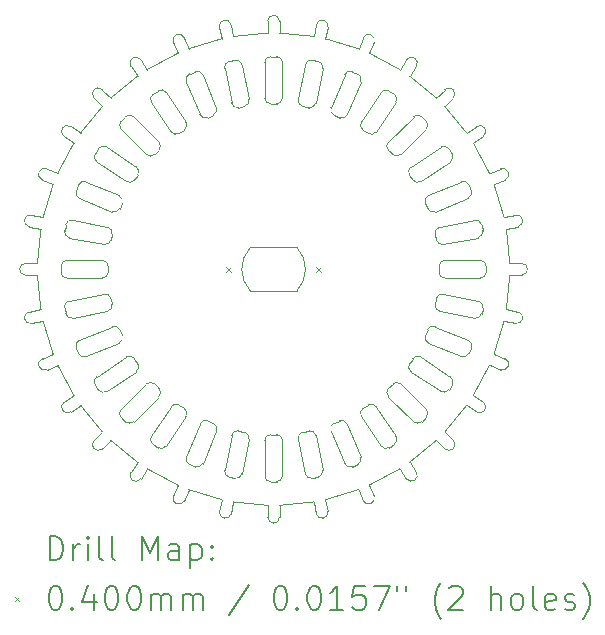
<source format=gbr>
%FSLAX45Y45*%
G04 Gerber Fmt 4.5, Leading zero omitted, Abs format (unit mm)*
G04 Created by KiCad (PCBNEW (6.0.5)) date 2022-06-02 14:19:27*
%MOMM*%
%LPD*%
G01*
G04 APERTURE LIST*
%TA.AperFunction,Profile*%
%ADD10C,0.050000*%
%TD*%
%ADD11C,0.200000*%
%ADD12C,0.040000*%
G04 APERTURE END LIST*
D10*
X14982686Y-11640505D02*
G75*
G03*
X15041386Y-11601208I9704J48995D01*
G01*
X17109292Y-9845208D02*
G75*
G03*
X17059286Y-9795208I-50002J-2D01*
G01*
X15974986Y-8197608D02*
X16021186Y-8216808D01*
X14336986Y-10948508D02*
X14124886Y-11160708D01*
X14750387Y-11154104D02*
G75*
G03*
X14685085Y-11181209I-19098J-46206D01*
G01*
X14590386Y-8003908D02*
X14551886Y-7910908D01*
X16021186Y-11523608D02*
G75*
G03*
X16048286Y-11458308I-19096J46198D01*
G01*
X13931286Y-10118808D02*
X13941086Y-10167808D01*
X17040286Y-9602407D02*
G75*
G03*
X17079686Y-9543608I-9696J49097D01*
G01*
X13812586Y-10780108D02*
X14061986Y-10613408D01*
X14240086Y-11560408D02*
G75*
G03*
X14497987Y-11698256I1069194J1690188D01*
G01*
X16281588Y-10877810D02*
G75*
G03*
X16281486Y-10948509I35302J-35400D01*
G01*
X13674686Y-8717808D02*
X13590986Y-8661908D01*
X13358086Y-9431108D02*
X13259386Y-9411508D01*
X16288486Y-8359708D02*
X16330086Y-8387408D01*
X15577086Y-11601208D02*
X15518586Y-11307008D01*
X14018788Y-11054610D02*
G75*
G03*
X14018786Y-11125408I35402J-35400D01*
G01*
X17260486Y-10309308D02*
X17359186Y-10328908D01*
X16048286Y-8282108D02*
X15933486Y-8559308D01*
X16943886Y-8717808D02*
G75*
G03*
X16758365Y-8491763I-1634606J-1152402D01*
G01*
X16620186Y-9246008D02*
X16897386Y-9131208D01*
X13860186Y-8491808D02*
X13788986Y-8420608D01*
X17279986Y-10211208D02*
X17378686Y-10230908D01*
X15234286Y-11620208D02*
X15234286Y-11320208D01*
X15557886Y-11248207D02*
G75*
G03*
X15518686Y-11307009I9804J-49003D01*
G01*
X15359286Y-11869609D02*
G75*
G03*
X15650312Y-11840944I-50006J1999419D01*
G01*
X16556586Y-10613408D02*
X16805986Y-10780108D01*
X13931292Y-10118807D02*
G75*
G03*
X13872485Y-10079608I-49002J-9803D01*
G01*
X14336988Y-8862610D02*
G75*
G03*
X14337085Y-8791908I-35298J35400D01*
G01*
X14240086Y-11560408D02*
X14184186Y-11644108D01*
X16473286Y-9002308D02*
X16722686Y-8835608D01*
X14025386Y-9311308D02*
X14006286Y-9357508D01*
X15384292Y-11320208D02*
G75*
G03*
X15334286Y-11270208I-50002J-2D01*
G01*
X17059286Y-9945206D02*
G75*
G03*
X17109286Y-9895208I4J49996D01*
G01*
X16612292Y-9357506D02*
G75*
G03*
X16677587Y-9384608I46198J19096D01*
G01*
X16316890Y-8897904D02*
G75*
G03*
X16387586Y-8898008I35400J35294D01*
G01*
X13859286Y-9945208D02*
X13559286Y-9945208D01*
X16378486Y-8180008D02*
X16434386Y-8096308D01*
X13859688Y-8349906D02*
G75*
G03*
X13789086Y-8420708I-35298J-35404D01*
G01*
X16288489Y-8359704D02*
G75*
G03*
X16219286Y-8373508I-27699J-41506D01*
G01*
X15359286Y-11869608D02*
X15359286Y-11970208D01*
X14510689Y-11020404D02*
G75*
G03*
X14441385Y-11034109I-27799J-41506D01*
G01*
X14006292Y-10382906D02*
G75*
G03*
X13940985Y-10355808I-46202J-19104D01*
G01*
X15665686Y-11277708D02*
X15724286Y-11571908D01*
X17137286Y-9058908D02*
X17230286Y-9020408D01*
X15684986Y-11630708D02*
X15635886Y-11640508D01*
X16281586Y-8791908D02*
X16493686Y-8579708D01*
X16517593Y-8151913D02*
G75*
G03*
X16434386Y-8096308I-41603J27803D01*
G01*
X16677586Y-10355808D02*
X16954786Y-10470608D01*
X17040286Y-9602408D02*
X16746086Y-9660908D01*
X13940987Y-9384604D02*
G75*
G03*
X14006286Y-9357508I19103J46194D01*
G01*
X14968286Y-11840908D02*
G75*
G03*
X15259306Y-11869568I341004J1970708D01*
G01*
X16593186Y-10429108D02*
X16612286Y-10382908D01*
X16746086Y-10079508D02*
X17040286Y-10138008D01*
X14933586Y-8109708D02*
X14982686Y-8099908D01*
X13239887Y-10230913D02*
G75*
G03*
X13259486Y-10328908I9803J-48997D01*
G01*
X13872486Y-9660908D02*
X13578286Y-9602408D01*
X13548786Y-10245908D02*
X13538986Y-10196808D01*
X16461686Y-11504808D02*
X16517586Y-11588508D01*
X16461686Y-8235608D02*
X16517586Y-8151908D01*
X14796586Y-8567208D02*
X14750386Y-8586308D01*
X15099991Y-11307009D02*
G75*
G03*
X15060686Y-11248108I-49101J9799D01*
G01*
X14156886Y-8235608D02*
X14100986Y-8151908D01*
X17079591Y-10196809D02*
G75*
G03*
X17040286Y-10138108I-49001J9699D01*
G01*
X13895886Y-8835608D02*
X14145286Y-9002308D01*
X16954786Y-9269808D02*
G75*
G03*
X16981886Y-9204508I-19096J46198D01*
G01*
X15259286Y-7870808D02*
X15259286Y-7770208D01*
X16758888Y-11390506D02*
G75*
G03*
X16829486Y-11319708I35302J35396D01*
G01*
X16943886Y-11022608D02*
X17027586Y-11078508D01*
X16021186Y-11523608D02*
X15974986Y-11542808D01*
X13860186Y-8491808D02*
G75*
G03*
X13674672Y-8717856I1449094J-1378392D01*
G01*
X16177191Y-11034205D02*
G75*
G03*
X16107986Y-11020408I-41501J-27705D01*
G01*
X13930886Y-8421108D02*
X13859686Y-8349908D01*
X16387586Y-10842508D02*
G75*
G03*
X16316986Y-10842508I-35300J-35300D01*
G01*
X17175586Y-9151308D02*
X17268586Y-9112808D01*
X15518586Y-8433408D02*
X15577086Y-8139208D01*
X14643587Y-11542804D02*
G75*
G03*
X14708886Y-11515708I19103J46194D01*
G01*
X15041492Y-8139207D02*
G75*
G03*
X14982686Y-8099808I-49102J-9703D01*
G01*
X16716786Y-9513808D02*
X17010986Y-9455208D01*
X16459489Y-10668810D02*
G75*
G03*
X16473186Y-10738109I41501J-27800D01*
G01*
X16316886Y-8897908D02*
X16281586Y-8862608D01*
X15259286Y-7870808D02*
G75*
G03*
X14968260Y-7899472I50004J-1999412D01*
G01*
X13209286Y-9820212D02*
G75*
G03*
X13209286Y-9920208I4J-49998D01*
G01*
X16120586Y-11698208D02*
G75*
G03*
X16378480Y-11560361I-811306J1828008D01*
G01*
X14497986Y-11698208D02*
X14459486Y-11791208D01*
X13578286Y-10138007D02*
G75*
G03*
X13538886Y-10196808I9704J-49103D01*
G01*
X14948593Y-7800807D02*
G75*
G03*
X14850586Y-7820408I-49003J-9803D01*
G01*
X17137286Y-10681508D02*
X17230286Y-10720008D01*
X16461686Y-11504808D02*
G75*
G03*
X16687731Y-11319287I-1152406J1634608D01*
G01*
X13349988Y-10627614D02*
G75*
G03*
X13388386Y-10720008I19202J-46196D01*
G01*
X16746086Y-10079505D02*
G75*
G03*
X16687186Y-10118808I-9797J-49105D01*
G01*
X16981886Y-10535908D02*
X16962686Y-10582108D01*
X14933586Y-8109707D02*
G75*
G03*
X14894386Y-8168508I9804J-49003D01*
G01*
X15933486Y-11181108D02*
X16048286Y-11458308D01*
X16281588Y-8791910D02*
G75*
G03*
X16281586Y-8862508I35302J-35300D01*
G01*
X16677486Y-10167808D02*
X16687286Y-10118808D01*
X14552287Y-8692309D02*
G75*
G03*
X14566085Y-8622907I-27797J41599D01*
G01*
X17027587Y-11078507D02*
G75*
G03*
X17083186Y-10995308I27803J41597D01*
G01*
X14025390Y-9311310D02*
G75*
G03*
X13998285Y-9246008I-46200J19100D01*
G01*
X13538986Y-9543608D02*
X13548786Y-9494508D01*
X16759286Y-9795208D02*
X17059286Y-9795208D01*
X13481286Y-10681508D02*
X13388286Y-10720008D01*
X16677587Y-10355804D02*
G75*
G03*
X16612286Y-10382908I-19098J-46206D01*
G01*
X16378486Y-8180008D02*
G75*
G03*
X16120585Y-8042160I-1069196J-1690192D01*
G01*
X15384292Y-8120208D02*
G75*
G03*
X15334286Y-8070208I-50002J-2D01*
G01*
X17010986Y-10285208D02*
X16716786Y-10226608D01*
X14685086Y-8559308D02*
X14570286Y-8282108D01*
X13590987Y-8661907D02*
G75*
G03*
X13535386Y-8745108I-27797J-41603D01*
G01*
X13721186Y-9131208D02*
X13998386Y-9246008D01*
X15234292Y-8420208D02*
G75*
G03*
X15284286Y-8470208I49998J-2D01*
G01*
X13619085Y-8801008D02*
G75*
G03*
X13481238Y-9058909I1690195J-1069192D01*
G01*
X15334286Y-11670206D02*
G75*
G03*
X15384286Y-11620208I4J49996D01*
G01*
X16792091Y-8849405D02*
G75*
G03*
X16722686Y-8835608I-41601J-27805D01*
G01*
X13998386Y-10494408D02*
X13721186Y-10609208D01*
X16493686Y-11160708D02*
G75*
G03*
X16564486Y-11160708I35400J35400D01*
G01*
X15909692Y-11515706D02*
G75*
G03*
X15974986Y-11542808I46198J19096D01*
G01*
X13338586Y-9529208D02*
G75*
G03*
X13309925Y-9820229I1970714J-341002D01*
G01*
X15794890Y-8501910D02*
G75*
G03*
X15821986Y-8567208I46200J-19100D01*
G01*
X16687686Y-8421108D02*
G75*
G03*
X16461638Y-8235594I-1378396J-1449092D01*
G01*
X13663786Y-10470608D02*
X13940986Y-10355808D01*
X15284286Y-8070208D02*
X15334286Y-8070208D01*
X13812587Y-10780109D02*
G75*
G03*
X13798686Y-10849408I27703J-41601D01*
G01*
X15518591Y-8433409D02*
G75*
G03*
X15557886Y-8492308I49099J-9801D01*
G01*
X17268588Y-9112814D02*
G75*
G03*
X17230186Y-9020408I-19198J46204D01*
G01*
X16687292Y-9621607D02*
G75*
G03*
X16746087Y-9660808I48998J9797D01*
G01*
X15650286Y-7899509D02*
G75*
G03*
X15359265Y-7870848I-341006J-1970711D01*
G01*
X15606886Y-8502005D02*
G75*
G03*
X15665786Y-8462707I9804J49095D01*
G01*
X16281586Y-10877808D02*
X16316886Y-10842508D01*
X17308686Y-9820208D02*
G75*
G03*
X17280022Y-9529182I-1999416J-50002D01*
G01*
X14124886Y-8579708D02*
G75*
G03*
X14054086Y-8579708I-35400J-35400D01*
G01*
X15767995Y-7820310D02*
G75*
G03*
X15669986Y-7800908I-49005J9700D01*
G01*
X13358085Y-10309308D02*
G75*
G03*
X13442974Y-10589146I1951215J439108D01*
G01*
X16962692Y-9158306D02*
G75*
G03*
X16897386Y-9131208I-46202J-19104D01*
G01*
X16805986Y-8960308D02*
X16556586Y-9127008D01*
X14459494Y-11791212D02*
G75*
G03*
X14551886Y-11829408I46196J-19098D01*
G01*
X16999486Y-8801008D02*
X17083186Y-8745108D01*
X15748386Y-7919008D02*
X15767986Y-7820308D01*
X14288486Y-8387408D02*
X14330086Y-8359708D01*
X17175586Y-10589108D02*
X17268586Y-10627608D01*
X15112588Y-9685210D02*
G75*
G03*
X15112623Y-10055247I196702J-185000D01*
G01*
X13655892Y-10582106D02*
G75*
G03*
X13721186Y-10609208I46198J19096D01*
G01*
X14823690Y-11238510D02*
G75*
G03*
X14796586Y-11173208I-46200J19100D01*
G01*
X13481286Y-9058908D02*
X13388286Y-9020408D01*
X14441391Y-8706205D02*
G75*
G03*
X14510586Y-8720008I41499J27695D01*
G01*
X15748386Y-11821409D02*
G75*
G03*
X16028224Y-11736519I-439106J1951209D01*
G01*
X13901786Y-10226607D02*
G75*
G03*
X13940986Y-10167808I-9796J48997D01*
G01*
X14894286Y-11571908D02*
X14952886Y-11277708D01*
X16819786Y-10849408D02*
X16792086Y-10891008D01*
X13338586Y-10211208D02*
X13239886Y-10230908D01*
X16677491Y-10167809D02*
G75*
G03*
X16716787Y-10226708I49099J-9801D01*
G01*
X13619086Y-10939408D02*
X13535386Y-10995308D01*
X14330089Y-11380704D02*
G75*
G03*
X14399286Y-11366908I27701J41494D01*
G01*
X16387586Y-10842508D02*
X16599786Y-11054608D01*
X14952886Y-8462708D02*
X14894286Y-8168508D01*
X16330086Y-11353008D02*
X16288486Y-11380708D01*
X16709292Y-9895208D02*
G75*
G03*
X16759287Y-9945208I49998J-2D01*
G01*
X14968286Y-7899508D02*
X14948586Y-7800808D01*
X13388286Y-9020408D02*
G75*
G03*
X13350086Y-9112808I-19096J-46202D01*
G01*
X14156886Y-11504808D02*
X14100986Y-11588508D01*
X16564390Y-8579704D02*
G75*
G03*
X16493686Y-8579808I-35300J-35406D01*
G01*
X13909292Y-9845208D02*
G75*
G03*
X13859285Y-9795208I-50002J-2D01*
G01*
X17109286Y-9845208D02*
X17109286Y-9895208D01*
X15868186Y-8586308D02*
X15821986Y-8567208D01*
X15112586Y-10055208D02*
X15505986Y-10055208D01*
X16709286Y-9895208D02*
X16709286Y-9845208D01*
X14230986Y-8897908D02*
X14018786Y-8685808D01*
X16758386Y-11248608D02*
G75*
G03*
X16943900Y-11022560I-1449096J1378398D01*
G01*
X14570286Y-11458308D02*
X14685086Y-11181108D01*
X16943886Y-8717808D02*
X17027586Y-8661908D01*
X16066286Y-11048108D02*
X16107886Y-11020408D01*
X15359286Y-7770208D02*
G75*
G03*
X15259286Y-7770208I-50000J0D01*
G01*
X15112586Y-9685208D02*
X15505986Y-9685208D01*
X14145287Y-10738109D02*
G75*
G03*
X14159086Y-10668908I-27697J41499D01*
G01*
X14796586Y-8567208D02*
G75*
G03*
X14823685Y-8501907I-19096J46198D01*
G01*
X16829592Y-8420614D02*
G75*
G03*
X16758786Y-8350008I-35402J35304D01*
G01*
X16999486Y-10939408D02*
X17083186Y-10995308D01*
X15234292Y-11620208D02*
G75*
G03*
X15284286Y-11670208I49998J-2D01*
G01*
X14131386Y-10627208D02*
X14159086Y-10668808D01*
X16716786Y-9513807D02*
G75*
G03*
X16677586Y-9572608I9804J-49003D01*
G01*
X15384286Y-11320208D02*
X15384286Y-11620208D01*
X14018786Y-8615108D02*
X14054186Y-8579708D01*
X14054186Y-11160708D02*
X14018786Y-11125308D01*
X16028186Y-8003908D02*
G75*
G03*
X15748350Y-7919025I-718896J-1866292D01*
G01*
X14336986Y-8862608D02*
X14301686Y-8897908D01*
X14952892Y-8462707D02*
G75*
G03*
X15011686Y-8501908I48998J9797D01*
G01*
X13930886Y-11319308D02*
G75*
G03*
X14156934Y-11504822I1378394J1449088D01*
G01*
X14131391Y-10627205D02*
G75*
G03*
X14061985Y-10613409I-41601J-27805D01*
G01*
X17079586Y-10196808D02*
X17069786Y-10245908D01*
X14330086Y-11380708D02*
X14288486Y-11353008D01*
X15284286Y-8070206D02*
G75*
G03*
X15234286Y-8120208I4J-50004D01*
G01*
X17308686Y-9820208D02*
X17409286Y-9820208D01*
X14597386Y-8216808D02*
X14643586Y-8197608D01*
X13674685Y-11022608D02*
G75*
G03*
X13860206Y-11248653I1634605J1152408D01*
G01*
X16028186Y-11736508D02*
X16066686Y-11829508D01*
X16219186Y-11366908D02*
X16052486Y-11117508D01*
X16599788Y-11125310D02*
G75*
G03*
X16599686Y-11054608I-35398J35300D01*
G01*
X16120586Y-8042208D02*
X16159086Y-7949208D01*
X13636690Y-9204510D02*
G75*
G03*
X13663786Y-9269808I46200J-19100D01*
G01*
X14054190Y-11160704D02*
G75*
G03*
X14124886Y-11160608I35300J35394D01*
G01*
X16066287Y-11048109D02*
G75*
G03*
X16052486Y-11117509I27803J-41601D01*
G01*
X13721187Y-9131204D02*
G75*
G03*
X13655886Y-9158308I-19098J-46206D01*
G01*
X16434390Y-11644105D02*
G75*
G03*
X16517586Y-11588508I41600J27795D01*
G01*
X16599786Y-11125308D02*
X16564386Y-11160708D01*
X13930886Y-11319308D02*
X13859686Y-11390508D01*
X13860186Y-11248608D02*
X13788986Y-11319808D01*
X16556589Y-10613404D02*
G75*
G03*
X16487186Y-10627208I-27799J-41606D01*
G01*
X13674686Y-11022608D02*
X13590986Y-11078508D01*
X15259286Y-11970208D02*
G75*
G03*
X15359286Y-11970208I50000J0D01*
G01*
X15284286Y-11270206D02*
G75*
G03*
X15234286Y-11320209I4J-50004D01*
G01*
X16052489Y-8622910D02*
G75*
G03*
X16066286Y-8692308I41601J-27800D01*
G01*
X15748386Y-11821408D02*
X15767986Y-11920108D01*
X16107889Y-8720004D02*
G75*
G03*
X16177186Y-8706307I27801J41494D01*
G01*
X13509292Y-9895208D02*
G75*
G03*
X13559286Y-9945208I49998J-2D01*
G01*
X17069786Y-9494508D02*
X17079586Y-9543608D01*
X13619086Y-8801008D02*
X13535386Y-8745108D01*
X16722686Y-10904808D02*
X16473286Y-10738108D01*
X15650286Y-7899508D02*
X15669986Y-7800808D01*
X16954786Y-9269808D02*
X16677586Y-9384608D01*
X13655886Y-10582108D02*
X13636686Y-10535908D01*
X15041486Y-8139208D02*
X15099986Y-8433408D01*
X13309886Y-9920208D02*
X13209286Y-9920208D01*
X14301686Y-10842508D02*
X14336986Y-10877808D01*
X13941086Y-9572608D02*
X13931286Y-9621608D01*
X17010987Y-10285205D02*
G75*
G03*
X17069886Y-10245908I9804J49095D01*
G01*
X13548792Y-10245907D02*
G75*
G03*
X13607586Y-10285108I48998J9797D01*
G01*
X16687686Y-11319308D02*
X16758886Y-11390508D01*
X16473287Y-9002309D02*
G75*
G03*
X16459486Y-9071508I27703J-41501D01*
G01*
X14497986Y-8042208D02*
X14459486Y-7949208D01*
X14750386Y-11154108D02*
X14796586Y-11173208D01*
X13636686Y-9204508D02*
X13655886Y-9158308D01*
X14145286Y-10738108D02*
X13895886Y-10904808D01*
X16219191Y-11366905D02*
G75*
G03*
X16288486Y-11380808I41599J27695D01*
G01*
X16758386Y-11248608D02*
X16829586Y-11319808D01*
X16897386Y-10609208D02*
X16620186Y-10494408D01*
X15557886Y-11248208D02*
X15606886Y-11238408D01*
X15821986Y-11173208D02*
G75*
G03*
X15794886Y-11238509I19104J-46202D01*
G01*
X14597386Y-8216808D02*
G75*
G03*
X14570286Y-8282108I19104J-46202D01*
G01*
X14018786Y-11054608D02*
X14230986Y-10842508D01*
X17137286Y-9058908D02*
G75*
G03*
X16999438Y-8801014I-1828006J-811302D01*
G01*
X13309886Y-9920208D02*
G75*
G03*
X13338549Y-10211234I1999414J49998D01*
G01*
X16897388Y-10609204D02*
G75*
G03*
X16962686Y-10582108I19103J46194D01*
G01*
X14708892Y-8224706D02*
G75*
G03*
X14643586Y-8197608I-46202J-19104D01*
G01*
X13535390Y-10995315D02*
G75*
G03*
X13590986Y-11078508I27800J-41595D01*
G01*
X16687286Y-9621608D02*
X16677486Y-9572608D01*
X13442986Y-9151308D02*
X13349986Y-9112808D01*
X14982686Y-11640508D02*
X14933586Y-11630708D01*
X14850595Y-11920110D02*
G75*
G03*
X14948586Y-11939508I48995J-9700D01*
G01*
X16177186Y-11034208D02*
X16343886Y-11283608D01*
X16487191Y-9113205D02*
G75*
G03*
X16556586Y-9127008I41599J27795D01*
G01*
X16159094Y-7949212D02*
G75*
G03*
X16066686Y-7911008I-46204J19102D01*
G01*
X14685092Y-8559306D02*
G75*
G03*
X14750486Y-8586308I46198J19196D01*
G01*
X17279986Y-10211208D02*
G75*
G03*
X17308646Y-9920188I-1970706J340998D01*
G01*
X14894291Y-11571909D02*
G75*
G03*
X14933586Y-11630808I49099J-9801D01*
G01*
X13559286Y-9795208D02*
X13859286Y-9795208D01*
X16805987Y-8960309D02*
G75*
G03*
X16819886Y-8891008I-27697J41599D01*
G01*
X16564386Y-8579708D02*
X16599786Y-8615108D01*
X17279986Y-9529208D02*
X17378686Y-9509508D01*
X13259385Y-9411510D02*
G75*
G03*
X13239986Y-9509508I-9695J-49000D01*
G01*
X13607586Y-9455208D02*
X13901786Y-9513808D01*
X17409286Y-9920212D02*
G75*
G03*
X17409286Y-9820208I4J50002D01*
G01*
X15821986Y-11173208D02*
X15868186Y-11154108D01*
X13578286Y-10138008D02*
X13872486Y-10079508D01*
X15724286Y-8168508D02*
X15665686Y-8462708D01*
X13940986Y-9384608D02*
X13663786Y-9269808D01*
X13663786Y-10470608D02*
G75*
G03*
X13636686Y-10535908I19104J-46202D01*
G01*
X15724291Y-8168509D02*
G75*
G03*
X15684986Y-8109608I-49101J9799D01*
G01*
X16120586Y-11698208D02*
X16159086Y-11791208D01*
X16599788Y-8685810D02*
G75*
G03*
X16599786Y-8615008I-35398J35400D01*
G01*
X16599786Y-8685808D02*
X16387586Y-8897908D01*
X13788992Y-11319814D02*
G75*
G03*
X13859786Y-11390408I35398J-35296D01*
G01*
X16066692Y-11829506D02*
G75*
G03*
X16159086Y-11791108I46198J19196D01*
G01*
X14497986Y-8042208D02*
G75*
G03*
X14240092Y-8180055I811304J-1828002D01*
G01*
X15974987Y-8197604D02*
G75*
G03*
X15909686Y-8224708I-19098J-46206D01*
G01*
X15909686Y-11515708D02*
X15794886Y-11238508D01*
X14184190Y-8096305D02*
G75*
G03*
X14100986Y-8151908I-41600J-27805D01*
G01*
X14301690Y-10842504D02*
G75*
G03*
X14230985Y-10842409I-35400J-35306D01*
G01*
X15606886Y-8502008D02*
X15557886Y-8492208D01*
X13798786Y-8891008D02*
X13826486Y-8849408D01*
X14552286Y-8692308D02*
X14510686Y-8720008D01*
X14590385Y-11736509D02*
G75*
G03*
X14870222Y-11821391I718895J1866299D01*
G01*
X17359185Y-10328910D02*
G75*
G03*
X17378586Y-10230908I9705J49000D01*
G01*
X15505988Y-10055210D02*
G75*
G03*
X15505949Y-9685169I-196698J185000D01*
G01*
X16052486Y-8622908D02*
X16219186Y-8373508D01*
X14566086Y-11117508D02*
X14399386Y-11366908D01*
X17069792Y-9494507D02*
G75*
G03*
X17010986Y-9455308I-49002J-9803D01*
G01*
X15359286Y-7870808D02*
X15359286Y-7770208D01*
X16722689Y-10904804D02*
G75*
G03*
X16792086Y-10891008I27801J41594D01*
G01*
X16343889Y-8456810D02*
G75*
G03*
X16330086Y-8387408I-41599J27800D01*
G01*
X16962686Y-9158308D02*
X16981886Y-9204508D01*
X14510686Y-11020408D02*
X14552286Y-11048108D01*
X14823686Y-11238508D02*
X14708886Y-11515708D01*
X13559286Y-9795206D02*
G75*
G03*
X13509286Y-9845208I4J-50004D01*
G01*
X14061989Y-9127004D02*
G75*
G03*
X14131386Y-9113208I27801J41594D01*
G01*
X14399391Y-8373505D02*
G75*
G03*
X14330086Y-8359608I-41601J-27705D01*
G01*
X16687686Y-8421108D02*
X16758886Y-8349908D01*
X14643586Y-11542808D02*
X14597386Y-11523608D01*
X16593190Y-10429110D02*
G75*
G03*
X16620287Y-10494408I46200J-19100D01*
G01*
X16459486Y-10668808D02*
X16487186Y-10627208D01*
X15011686Y-11238405D02*
G75*
G03*
X14952786Y-11277709I-9797J-49105D01*
G01*
X15234286Y-8420208D02*
X15234286Y-8120208D01*
X16981890Y-10535910D02*
G75*
G03*
X16954786Y-10470608I-46200J19100D01*
G01*
X14968286Y-11840908D02*
X14948586Y-11939608D01*
X14570290Y-11458310D02*
G75*
G03*
X14597386Y-11523608I46200J-19100D01*
G01*
X15635886Y-8099908D02*
X15684986Y-8109708D01*
X13481285Y-10681508D02*
G75*
G03*
X13619133Y-10939402I1828005J811308D01*
G01*
X14708886Y-8224708D02*
X14823686Y-8501908D01*
X16759286Y-9795206D02*
G75*
G03*
X16709286Y-9845208I4J-50004D01*
G01*
X13538991Y-9543609D02*
G75*
G03*
X13578286Y-9602308I48999J-9701D01*
G01*
X14156886Y-8235609D02*
G75*
G03*
X13930840Y-8421129I1152404J-1634611D01*
G01*
X13509286Y-9895208D02*
X13509286Y-9845208D01*
X15684986Y-11630707D02*
G75*
G03*
X15724186Y-11571908I-9796J48997D01*
G01*
X14159089Y-9071610D02*
G75*
G03*
X14145385Y-9002308I-41499J27800D01*
G01*
X14006286Y-10382908D02*
X14025386Y-10429108D01*
X14590386Y-11736508D02*
X14551886Y-11829508D01*
X15794886Y-8501908D02*
X15909686Y-8224708D01*
X16028186Y-8003908D02*
X16066686Y-7910908D01*
X17059286Y-9945208D02*
X16759286Y-9945208D01*
X14100993Y-11588513D02*
G75*
G03*
X14184186Y-11644108I41597J-27797D01*
G01*
X13895889Y-8835604D02*
G75*
G03*
X13826486Y-8849408I-27799J-41606D01*
G01*
X13607586Y-9455205D02*
G75*
G03*
X13548686Y-9494508I-9797J-49105D01*
G01*
X13338586Y-9529208D02*
X13239886Y-9509508D01*
X14336988Y-10948510D02*
G75*
G03*
X14336986Y-10877908I-35298J35300D01*
G01*
X17083190Y-8745115D02*
G75*
G03*
X17027586Y-8661908I-27800J41605D01*
G01*
X16493686Y-11160708D02*
X16281586Y-10948508D01*
X15060686Y-8492208D02*
X15011686Y-8502008D01*
X17260486Y-9431108D02*
X17359186Y-9411508D01*
X15665692Y-11277707D02*
G75*
G03*
X15606886Y-11238508I-49002J-9803D01*
G01*
X16792086Y-8849408D02*
X16819786Y-8891008D01*
X14870186Y-7919008D02*
X14850586Y-7820308D01*
X13309886Y-9820208D02*
X13209286Y-9820208D01*
X15868187Y-8586304D02*
G75*
G03*
X15933486Y-8559207I19103J46194D01*
G01*
X16048290Y-8282110D02*
G75*
G03*
X16021186Y-8216808I-46200J19100D01*
G01*
X13901786Y-10226608D02*
X13607586Y-10285208D01*
X13826491Y-10891005D02*
G75*
G03*
X13895886Y-10904808I41599J27795D01*
G01*
X16819789Y-10849410D02*
G75*
G03*
X16805986Y-10780208I-41499J27700D01*
G01*
X13872486Y-9660905D02*
G75*
G03*
X13931386Y-9621608I9804J49095D01*
G01*
X15933492Y-11181106D02*
G75*
G03*
X15868086Y-11154108I-46202J-19204D01*
G01*
X16378486Y-11560408D02*
X16434386Y-11644108D01*
X14159086Y-9071608D02*
X14131386Y-9113208D01*
X15060686Y-8492207D02*
G75*
G03*
X15099886Y-8433407I-9796J48997D01*
G01*
X15650286Y-11840908D02*
X15669986Y-11939608D01*
X14288487Y-8387409D02*
G75*
G03*
X14274686Y-8456808I27803J-41601D01*
G01*
X16999486Y-10939408D02*
G75*
G03*
X17137334Y-10681507I-1690196J1069198D01*
G01*
X14274689Y-11283610D02*
G75*
G03*
X14288486Y-11353008I41601J-27800D01*
G01*
X16107886Y-8720008D02*
X16066286Y-8692308D01*
X16620186Y-9246008D02*
G75*
G03*
X16593186Y-9311408I19204J-46202D01*
G01*
X13826486Y-10891008D02*
X13798786Y-10849408D01*
X13909286Y-9845208D02*
X13909286Y-9895208D01*
X14061986Y-9127008D02*
X13812586Y-8960308D01*
X14018788Y-8615110D02*
G75*
G03*
X14018886Y-8685808I35402J-35300D01*
G01*
X17175586Y-10589108D02*
G75*
G03*
X17260469Y-10309272I-1866296J718898D01*
G01*
X15669993Y-11939607D02*
G75*
G03*
X15767986Y-11920008I48997J9797D01*
G01*
X13941091Y-9572609D02*
G75*
G03*
X13901785Y-9513708I-49101J9799D01*
G01*
X13442986Y-9151308D02*
G75*
G03*
X13358103Y-9431144I1866294J-718902D01*
G01*
X14870186Y-11821408D02*
X14850586Y-11920108D01*
X16758386Y-8491808D02*
X16829586Y-8420608D01*
X14551892Y-7910906D02*
G75*
G03*
X14459486Y-7949308I-46202J-19204D01*
G01*
X14274686Y-11283608D02*
X14441386Y-11034208D01*
X15334286Y-8470208D02*
X15284286Y-8470208D01*
X15259286Y-11869608D02*
X15259286Y-11970208D01*
X17378687Y-9509513D02*
G75*
G03*
X17359086Y-9411508I-9797J49003D01*
G01*
X14230986Y-8897908D02*
G75*
G03*
X14301586Y-8897908I35300J35300D01*
G01*
X16330087Y-11353009D02*
G75*
G03*
X16343886Y-11283608I-27797J41599D01*
G01*
X16487186Y-9113208D02*
X16459486Y-9071608D01*
X13798789Y-8891010D02*
G75*
G03*
X13812586Y-8960208I41501J-27700D01*
G01*
X14441386Y-8706208D02*
X14274686Y-8456808D01*
X15384286Y-8120208D02*
X15384286Y-8420208D01*
X13998386Y-10494408D02*
G75*
G03*
X14025386Y-10429008I-19196J46198D01*
G01*
X17260485Y-9431108D02*
G75*
G03*
X17175597Y-9151270I-1951215J-439102D01*
G01*
X15011686Y-11238408D02*
X15060686Y-11248208D01*
X13358086Y-10309308D02*
X13259386Y-10328908D01*
X14870186Y-7919008D02*
G75*
G03*
X14590348Y-8003897I439104J-1951212D01*
G01*
X15334286Y-8470206D02*
G75*
G03*
X15384286Y-8420207I4J49996D01*
G01*
X15635886Y-8099905D02*
G75*
G03*
X15577186Y-8139208I-9697J-49005D01*
G01*
X14399386Y-8373508D02*
X14566086Y-8622908D01*
X17308686Y-9920208D02*
X17409286Y-9920208D01*
X15099986Y-11307008D02*
X15041486Y-11601208D01*
X16343886Y-8456808D02*
X16177186Y-8706208D01*
X14566089Y-11117510D02*
G75*
G03*
X14552286Y-11048108I-41599J27800D01*
G01*
X14240086Y-8180008D02*
X14184186Y-8096308D01*
X13442986Y-10589108D02*
X13349986Y-10627608D01*
X14124886Y-8579708D02*
X14336986Y-8791908D01*
X15284286Y-11270208D02*
X15334286Y-11270208D01*
X16612286Y-9357508D02*
X16593186Y-9311308D01*
X15334286Y-11670208D02*
X15284286Y-11670208D01*
X15577092Y-11601207D02*
G75*
G03*
X15635886Y-11640608I49098J9697D01*
G01*
X17230286Y-10720008D02*
G75*
G03*
X17268486Y-10627608I19104J46198D01*
G01*
X13859286Y-9945206D02*
G75*
G03*
X13909286Y-9895208I4J49996D01*
G01*
D11*
D12*
X14908286Y-9850208D02*
X14948286Y-9890208D01*
X14948286Y-9850208D02*
X14908286Y-9890208D01*
X15670286Y-9850208D02*
X15710286Y-9890208D01*
X15710286Y-9850208D02*
X15670286Y-9890208D01*
D11*
X13414411Y-12333184D02*
X13414411Y-12133184D01*
X13462030Y-12133184D01*
X13490601Y-12142708D01*
X13509649Y-12161756D01*
X13519173Y-12180803D01*
X13528697Y-12218898D01*
X13528697Y-12247470D01*
X13519173Y-12285565D01*
X13509649Y-12304613D01*
X13490601Y-12323660D01*
X13462030Y-12333184D01*
X13414411Y-12333184D01*
X13614411Y-12333184D02*
X13614411Y-12199851D01*
X13614411Y-12237946D02*
X13623935Y-12218898D01*
X13633458Y-12209375D01*
X13652506Y-12199851D01*
X13671554Y-12199851D01*
X13738220Y-12333184D02*
X13738220Y-12199851D01*
X13738220Y-12133184D02*
X13728697Y-12142708D01*
X13738220Y-12152232D01*
X13747744Y-12142708D01*
X13738220Y-12133184D01*
X13738220Y-12152232D01*
X13862030Y-12333184D02*
X13842982Y-12323660D01*
X13833458Y-12304613D01*
X13833458Y-12133184D01*
X13966792Y-12333184D02*
X13947744Y-12323660D01*
X13938220Y-12304613D01*
X13938220Y-12133184D01*
X14195363Y-12333184D02*
X14195363Y-12133184D01*
X14262030Y-12276041D01*
X14328697Y-12133184D01*
X14328697Y-12333184D01*
X14509649Y-12333184D02*
X14509649Y-12228422D01*
X14500125Y-12209375D01*
X14481078Y-12199851D01*
X14442982Y-12199851D01*
X14423935Y-12209375D01*
X14509649Y-12323660D02*
X14490601Y-12333184D01*
X14442982Y-12333184D01*
X14423935Y-12323660D01*
X14414411Y-12304613D01*
X14414411Y-12285565D01*
X14423935Y-12266518D01*
X14442982Y-12256994D01*
X14490601Y-12256994D01*
X14509649Y-12247470D01*
X14604887Y-12199851D02*
X14604887Y-12399851D01*
X14604887Y-12209375D02*
X14623935Y-12199851D01*
X14662030Y-12199851D01*
X14681078Y-12209375D01*
X14690601Y-12218898D01*
X14700125Y-12237946D01*
X14700125Y-12295089D01*
X14690601Y-12314137D01*
X14681078Y-12323660D01*
X14662030Y-12333184D01*
X14623935Y-12333184D01*
X14604887Y-12323660D01*
X14785839Y-12314137D02*
X14795363Y-12323660D01*
X14785839Y-12333184D01*
X14776316Y-12323660D01*
X14785839Y-12314137D01*
X14785839Y-12333184D01*
X14785839Y-12209375D02*
X14795363Y-12218898D01*
X14785839Y-12228422D01*
X14776316Y-12218898D01*
X14785839Y-12209375D01*
X14785839Y-12228422D01*
D12*
X13116792Y-12642708D02*
X13156792Y-12682708D01*
X13156792Y-12642708D02*
X13116792Y-12682708D01*
D11*
X13452506Y-12553184D02*
X13471554Y-12553184D01*
X13490601Y-12562708D01*
X13500125Y-12572232D01*
X13509649Y-12591279D01*
X13519173Y-12629375D01*
X13519173Y-12676994D01*
X13509649Y-12715089D01*
X13500125Y-12734137D01*
X13490601Y-12743660D01*
X13471554Y-12753184D01*
X13452506Y-12753184D01*
X13433458Y-12743660D01*
X13423935Y-12734137D01*
X13414411Y-12715089D01*
X13404887Y-12676994D01*
X13404887Y-12629375D01*
X13414411Y-12591279D01*
X13423935Y-12572232D01*
X13433458Y-12562708D01*
X13452506Y-12553184D01*
X13604887Y-12734137D02*
X13614411Y-12743660D01*
X13604887Y-12753184D01*
X13595363Y-12743660D01*
X13604887Y-12734137D01*
X13604887Y-12753184D01*
X13785839Y-12619851D02*
X13785839Y-12753184D01*
X13738220Y-12543660D02*
X13690601Y-12686518D01*
X13814411Y-12686518D01*
X13928697Y-12553184D02*
X13947744Y-12553184D01*
X13966792Y-12562708D01*
X13976316Y-12572232D01*
X13985839Y-12591279D01*
X13995363Y-12629375D01*
X13995363Y-12676994D01*
X13985839Y-12715089D01*
X13976316Y-12734137D01*
X13966792Y-12743660D01*
X13947744Y-12753184D01*
X13928697Y-12753184D01*
X13909649Y-12743660D01*
X13900125Y-12734137D01*
X13890601Y-12715089D01*
X13881078Y-12676994D01*
X13881078Y-12629375D01*
X13890601Y-12591279D01*
X13900125Y-12572232D01*
X13909649Y-12562708D01*
X13928697Y-12553184D01*
X14119173Y-12553184D02*
X14138220Y-12553184D01*
X14157268Y-12562708D01*
X14166792Y-12572232D01*
X14176316Y-12591279D01*
X14185839Y-12629375D01*
X14185839Y-12676994D01*
X14176316Y-12715089D01*
X14166792Y-12734137D01*
X14157268Y-12743660D01*
X14138220Y-12753184D01*
X14119173Y-12753184D01*
X14100125Y-12743660D01*
X14090601Y-12734137D01*
X14081078Y-12715089D01*
X14071554Y-12676994D01*
X14071554Y-12629375D01*
X14081078Y-12591279D01*
X14090601Y-12572232D01*
X14100125Y-12562708D01*
X14119173Y-12553184D01*
X14271554Y-12753184D02*
X14271554Y-12619851D01*
X14271554Y-12638898D02*
X14281078Y-12629375D01*
X14300125Y-12619851D01*
X14328697Y-12619851D01*
X14347744Y-12629375D01*
X14357268Y-12648422D01*
X14357268Y-12753184D01*
X14357268Y-12648422D02*
X14366792Y-12629375D01*
X14385839Y-12619851D01*
X14414411Y-12619851D01*
X14433458Y-12629375D01*
X14442982Y-12648422D01*
X14442982Y-12753184D01*
X14538220Y-12753184D02*
X14538220Y-12619851D01*
X14538220Y-12638898D02*
X14547744Y-12629375D01*
X14566792Y-12619851D01*
X14595363Y-12619851D01*
X14614411Y-12629375D01*
X14623935Y-12648422D01*
X14623935Y-12753184D01*
X14623935Y-12648422D02*
X14633458Y-12629375D01*
X14652506Y-12619851D01*
X14681078Y-12619851D01*
X14700125Y-12629375D01*
X14709649Y-12648422D01*
X14709649Y-12753184D01*
X15100125Y-12543660D02*
X14928697Y-12800803D01*
X15357268Y-12553184D02*
X15376316Y-12553184D01*
X15395363Y-12562708D01*
X15404887Y-12572232D01*
X15414411Y-12591279D01*
X15423935Y-12629375D01*
X15423935Y-12676994D01*
X15414411Y-12715089D01*
X15404887Y-12734137D01*
X15395363Y-12743660D01*
X15376316Y-12753184D01*
X15357268Y-12753184D01*
X15338220Y-12743660D01*
X15328697Y-12734137D01*
X15319173Y-12715089D01*
X15309649Y-12676994D01*
X15309649Y-12629375D01*
X15319173Y-12591279D01*
X15328697Y-12572232D01*
X15338220Y-12562708D01*
X15357268Y-12553184D01*
X15509649Y-12734137D02*
X15519173Y-12743660D01*
X15509649Y-12753184D01*
X15500125Y-12743660D01*
X15509649Y-12734137D01*
X15509649Y-12753184D01*
X15642982Y-12553184D02*
X15662030Y-12553184D01*
X15681078Y-12562708D01*
X15690601Y-12572232D01*
X15700125Y-12591279D01*
X15709649Y-12629375D01*
X15709649Y-12676994D01*
X15700125Y-12715089D01*
X15690601Y-12734137D01*
X15681078Y-12743660D01*
X15662030Y-12753184D01*
X15642982Y-12753184D01*
X15623935Y-12743660D01*
X15614411Y-12734137D01*
X15604887Y-12715089D01*
X15595363Y-12676994D01*
X15595363Y-12629375D01*
X15604887Y-12591279D01*
X15614411Y-12572232D01*
X15623935Y-12562708D01*
X15642982Y-12553184D01*
X15900125Y-12753184D02*
X15785839Y-12753184D01*
X15842982Y-12753184D02*
X15842982Y-12553184D01*
X15823935Y-12581756D01*
X15804887Y-12600803D01*
X15785839Y-12610327D01*
X16081078Y-12553184D02*
X15985839Y-12553184D01*
X15976316Y-12648422D01*
X15985839Y-12638898D01*
X16004887Y-12629375D01*
X16052506Y-12629375D01*
X16071554Y-12638898D01*
X16081078Y-12648422D01*
X16090601Y-12667470D01*
X16090601Y-12715089D01*
X16081078Y-12734137D01*
X16071554Y-12743660D01*
X16052506Y-12753184D01*
X16004887Y-12753184D01*
X15985839Y-12743660D01*
X15976316Y-12734137D01*
X16157268Y-12553184D02*
X16290601Y-12553184D01*
X16204887Y-12753184D01*
X16357268Y-12553184D02*
X16357268Y-12591279D01*
X16433458Y-12553184D02*
X16433458Y-12591279D01*
X16728697Y-12829375D02*
X16719173Y-12819851D01*
X16700125Y-12791279D01*
X16690601Y-12772232D01*
X16681078Y-12743660D01*
X16671554Y-12696041D01*
X16671554Y-12657946D01*
X16681078Y-12610327D01*
X16690601Y-12581756D01*
X16700125Y-12562708D01*
X16719173Y-12534137D01*
X16728697Y-12524613D01*
X16795363Y-12572232D02*
X16804887Y-12562708D01*
X16823935Y-12553184D01*
X16871554Y-12553184D01*
X16890601Y-12562708D01*
X16900125Y-12572232D01*
X16909649Y-12591279D01*
X16909649Y-12610327D01*
X16900125Y-12638898D01*
X16785840Y-12753184D01*
X16909649Y-12753184D01*
X17147744Y-12753184D02*
X17147744Y-12553184D01*
X17233459Y-12753184D02*
X17233459Y-12648422D01*
X17223935Y-12629375D01*
X17204887Y-12619851D01*
X17176316Y-12619851D01*
X17157268Y-12629375D01*
X17147744Y-12638898D01*
X17357268Y-12753184D02*
X17338220Y-12743660D01*
X17328697Y-12734137D01*
X17319173Y-12715089D01*
X17319173Y-12657946D01*
X17328697Y-12638898D01*
X17338220Y-12629375D01*
X17357268Y-12619851D01*
X17385840Y-12619851D01*
X17404887Y-12629375D01*
X17414411Y-12638898D01*
X17423935Y-12657946D01*
X17423935Y-12715089D01*
X17414411Y-12734137D01*
X17404887Y-12743660D01*
X17385840Y-12753184D01*
X17357268Y-12753184D01*
X17538220Y-12753184D02*
X17519173Y-12743660D01*
X17509649Y-12724613D01*
X17509649Y-12553184D01*
X17690601Y-12743660D02*
X17671554Y-12753184D01*
X17633459Y-12753184D01*
X17614411Y-12743660D01*
X17604887Y-12724613D01*
X17604887Y-12648422D01*
X17614411Y-12629375D01*
X17633459Y-12619851D01*
X17671554Y-12619851D01*
X17690601Y-12629375D01*
X17700125Y-12648422D01*
X17700125Y-12667470D01*
X17604887Y-12686518D01*
X17776316Y-12743660D02*
X17795363Y-12753184D01*
X17833459Y-12753184D01*
X17852506Y-12743660D01*
X17862030Y-12724613D01*
X17862030Y-12715089D01*
X17852506Y-12696041D01*
X17833459Y-12686518D01*
X17804887Y-12686518D01*
X17785840Y-12676994D01*
X17776316Y-12657946D01*
X17776316Y-12648422D01*
X17785840Y-12629375D01*
X17804887Y-12619851D01*
X17833459Y-12619851D01*
X17852506Y-12629375D01*
X17928697Y-12829375D02*
X17938220Y-12819851D01*
X17957268Y-12791279D01*
X17966792Y-12772232D01*
X17976316Y-12743660D01*
X17985840Y-12696041D01*
X17985840Y-12657946D01*
X17976316Y-12610327D01*
X17966792Y-12581756D01*
X17957268Y-12562708D01*
X17938220Y-12534137D01*
X17928697Y-12524613D01*
M02*

</source>
